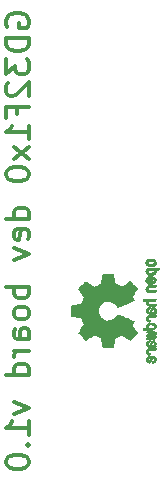
<source format=gbr>
%TF.GenerationSoftware,KiCad,Pcbnew,(5.1.8)-1*%
%TF.CreationDate,2021-06-10T03:31:17+02:00*%
%TF.ProjectId,GD32F190-dev-brd,47443332-4631-4393-902d-6465762d6272,rev?*%
%TF.SameCoordinates,Original*%
%TF.FileFunction,Legend,Bot*%
%TF.FilePolarity,Positive*%
%FSLAX46Y46*%
G04 Gerber Fmt 4.6, Leading zero omitted, Abs format (unit mm)*
G04 Created by KiCad (PCBNEW (5.1.8)-1) date 2021-06-10 03:31:17*
%MOMM*%
%LPD*%
G01*
G04 APERTURE LIST*
%ADD10C,0.300000*%
%ADD11C,0.010000*%
G04 APERTURE END LIST*
D10*
X96140000Y-99807142D02*
X96044761Y-99616666D01*
X96044761Y-99330952D01*
X96140000Y-99045238D01*
X96330476Y-98854761D01*
X96520952Y-98759523D01*
X96901904Y-98664285D01*
X97187619Y-98664285D01*
X97568571Y-98759523D01*
X97759047Y-98854761D01*
X97949523Y-99045238D01*
X98044761Y-99330952D01*
X98044761Y-99521428D01*
X97949523Y-99807142D01*
X97854285Y-99902380D01*
X97187619Y-99902380D01*
X97187619Y-99521428D01*
X98044761Y-100759523D02*
X96044761Y-100759523D01*
X96044761Y-101235714D01*
X96140000Y-101521428D01*
X96330476Y-101711904D01*
X96520952Y-101807142D01*
X96901904Y-101902380D01*
X97187619Y-101902380D01*
X97568571Y-101807142D01*
X97759047Y-101711904D01*
X97949523Y-101521428D01*
X98044761Y-101235714D01*
X98044761Y-100759523D01*
X96044761Y-102569047D02*
X96044761Y-103807142D01*
X96806666Y-103140476D01*
X96806666Y-103426190D01*
X96901904Y-103616666D01*
X96997142Y-103711904D01*
X97187619Y-103807142D01*
X97663809Y-103807142D01*
X97854285Y-103711904D01*
X97949523Y-103616666D01*
X98044761Y-103426190D01*
X98044761Y-102854761D01*
X97949523Y-102664285D01*
X97854285Y-102569047D01*
X96235238Y-104569047D02*
X96140000Y-104664285D01*
X96044761Y-104854761D01*
X96044761Y-105330952D01*
X96140000Y-105521428D01*
X96235238Y-105616666D01*
X96425714Y-105711904D01*
X96616190Y-105711904D01*
X96901904Y-105616666D01*
X98044761Y-104473809D01*
X98044761Y-105711904D01*
X96997142Y-107235714D02*
X96997142Y-106569047D01*
X98044761Y-106569047D02*
X96044761Y-106569047D01*
X96044761Y-107521428D01*
X98044761Y-109330952D02*
X98044761Y-108188095D01*
X98044761Y-108759523D02*
X96044761Y-108759523D01*
X96330476Y-108569047D01*
X96520952Y-108378571D01*
X96616190Y-108188095D01*
X98044761Y-109997619D02*
X96711428Y-111045238D01*
X96711428Y-109997619D02*
X98044761Y-111045238D01*
X96044761Y-112188095D02*
X96044761Y-112378571D01*
X96140000Y-112569047D01*
X96235238Y-112664285D01*
X96425714Y-112759523D01*
X96806666Y-112854761D01*
X97282857Y-112854761D01*
X97663809Y-112759523D01*
X97854285Y-112664285D01*
X97949523Y-112569047D01*
X98044761Y-112378571D01*
X98044761Y-112188095D01*
X97949523Y-111997619D01*
X97854285Y-111902380D01*
X97663809Y-111807142D01*
X97282857Y-111711904D01*
X96806666Y-111711904D01*
X96425714Y-111807142D01*
X96235238Y-111902380D01*
X96140000Y-111997619D01*
X96044761Y-112188095D01*
X98044761Y-116092857D02*
X96044761Y-116092857D01*
X97949523Y-116092857D02*
X98044761Y-115902380D01*
X98044761Y-115521428D01*
X97949523Y-115330952D01*
X97854285Y-115235714D01*
X97663809Y-115140476D01*
X97092380Y-115140476D01*
X96901904Y-115235714D01*
X96806666Y-115330952D01*
X96711428Y-115521428D01*
X96711428Y-115902380D01*
X96806666Y-116092857D01*
X97949523Y-117807142D02*
X98044761Y-117616666D01*
X98044761Y-117235714D01*
X97949523Y-117045238D01*
X97759047Y-116950000D01*
X96997142Y-116950000D01*
X96806666Y-117045238D01*
X96711428Y-117235714D01*
X96711428Y-117616666D01*
X96806666Y-117807142D01*
X96997142Y-117902380D01*
X97187619Y-117902380D01*
X97378095Y-116950000D01*
X96711428Y-118569047D02*
X98044761Y-119045238D01*
X96711428Y-119521428D01*
X98044761Y-121807142D02*
X96044761Y-121807142D01*
X96806666Y-121807142D02*
X96711428Y-121997619D01*
X96711428Y-122378571D01*
X96806666Y-122569047D01*
X96901904Y-122664285D01*
X97092380Y-122759523D01*
X97663809Y-122759523D01*
X97854285Y-122664285D01*
X97949523Y-122569047D01*
X98044761Y-122378571D01*
X98044761Y-121997619D01*
X97949523Y-121807142D01*
X98044761Y-123902380D02*
X97949523Y-123711904D01*
X97854285Y-123616666D01*
X97663809Y-123521428D01*
X97092380Y-123521428D01*
X96901904Y-123616666D01*
X96806666Y-123711904D01*
X96711428Y-123902380D01*
X96711428Y-124188095D01*
X96806666Y-124378571D01*
X96901904Y-124473809D01*
X97092380Y-124569047D01*
X97663809Y-124569047D01*
X97854285Y-124473809D01*
X97949523Y-124378571D01*
X98044761Y-124188095D01*
X98044761Y-123902380D01*
X98044761Y-126283333D02*
X96997142Y-126283333D01*
X96806666Y-126188095D01*
X96711428Y-125997619D01*
X96711428Y-125616666D01*
X96806666Y-125426190D01*
X97949523Y-126283333D02*
X98044761Y-126092857D01*
X98044761Y-125616666D01*
X97949523Y-125426190D01*
X97759047Y-125330952D01*
X97568571Y-125330952D01*
X97378095Y-125426190D01*
X97282857Y-125616666D01*
X97282857Y-126092857D01*
X97187619Y-126283333D01*
X98044761Y-127235714D02*
X96711428Y-127235714D01*
X97092380Y-127235714D02*
X96901904Y-127330952D01*
X96806666Y-127426190D01*
X96711428Y-127616666D01*
X96711428Y-127807142D01*
X98044761Y-129330952D02*
X96044761Y-129330952D01*
X97949523Y-129330952D02*
X98044761Y-129140476D01*
X98044761Y-128759523D01*
X97949523Y-128569047D01*
X97854285Y-128473809D01*
X97663809Y-128378571D01*
X97092380Y-128378571D01*
X96901904Y-128473809D01*
X96806666Y-128569047D01*
X96711428Y-128759523D01*
X96711428Y-129140476D01*
X96806666Y-129330952D01*
X96711428Y-131616666D02*
X98044761Y-132092857D01*
X96711428Y-132569047D01*
X98044761Y-134378571D02*
X98044761Y-133235714D01*
X98044761Y-133807142D02*
X96044761Y-133807142D01*
X96330476Y-133616666D01*
X96520952Y-133426190D01*
X96616190Y-133235714D01*
X97854285Y-135235714D02*
X97949523Y-135330952D01*
X98044761Y-135235714D01*
X97949523Y-135140476D01*
X97854285Y-135235714D01*
X98044761Y-135235714D01*
X96044761Y-136569047D02*
X96044761Y-136759523D01*
X96140000Y-136950000D01*
X96235238Y-137045238D01*
X96425714Y-137140476D01*
X96806666Y-137235714D01*
X97282857Y-137235714D01*
X97663809Y-137140476D01*
X97854285Y-137045238D01*
X97949523Y-136950000D01*
X98044761Y-136759523D01*
X98044761Y-136569047D01*
X97949523Y-136378571D01*
X97854285Y-136283333D01*
X97663809Y-136188095D01*
X97282857Y-136092857D01*
X96806666Y-136092857D01*
X96425714Y-136188095D01*
X96235238Y-136283333D01*
X96140000Y-136378571D01*
X96044761Y-136569047D01*
D11*
%TO.C,REF\u002A\u002A*%
G36*
X101597776Y-123989878D02*
G01*
X101598355Y-124095612D01*
X101599922Y-124172132D01*
X101602972Y-124224372D01*
X101607996Y-124257263D01*
X101615489Y-124275737D01*
X101625944Y-124284727D01*
X101639853Y-124289163D01*
X101641654Y-124289594D01*
X101674145Y-124296333D01*
X101738252Y-124308808D01*
X101827151Y-124325719D01*
X101934019Y-124345771D01*
X102052033Y-124367664D01*
X102056178Y-124368429D01*
X102171831Y-124390359D01*
X102274014Y-124410877D01*
X102356598Y-124428659D01*
X102413456Y-124442381D01*
X102438458Y-124450718D01*
X102438901Y-124451116D01*
X102451110Y-124475677D01*
X102471456Y-124526315D01*
X102495545Y-124592095D01*
X102495674Y-124592461D01*
X102526818Y-124675317D01*
X102566491Y-124773000D01*
X102606381Y-124865077D01*
X102608353Y-124869434D01*
X102676420Y-125019407D01*
X102449639Y-125351498D01*
X102380504Y-125453374D01*
X102318697Y-125545657D01*
X102267733Y-125623003D01*
X102231127Y-125680064D01*
X102212394Y-125711495D01*
X102211004Y-125714479D01*
X102217190Y-125737321D01*
X102247035Y-125779982D01*
X102301947Y-125844128D01*
X102383334Y-125931421D01*
X102469922Y-126020535D01*
X102555247Y-126106441D01*
X102633108Y-126183327D01*
X102698697Y-126246564D01*
X102747205Y-126291523D01*
X102773825Y-126313576D01*
X102775195Y-126314396D01*
X102793463Y-126316834D01*
X102823295Y-126307650D01*
X102868721Y-126284574D01*
X102933770Y-126245337D01*
X103022470Y-126187670D01*
X103136657Y-126110795D01*
X103237162Y-126042570D01*
X103327303Y-125981582D01*
X103401849Y-125931356D01*
X103455565Y-125895416D01*
X103483218Y-125877287D01*
X103485095Y-125876146D01*
X103511590Y-125878359D01*
X103563086Y-125895138D01*
X103629851Y-125923142D01*
X103651172Y-125933122D01*
X103746159Y-125976672D01*
X103853937Y-126023134D01*
X103947192Y-126060877D01*
X104016406Y-126088073D01*
X104069006Y-126109675D01*
X104096497Y-126122158D01*
X104098616Y-126123709D01*
X104102124Y-126146668D01*
X104111738Y-126200786D01*
X104126089Y-126278868D01*
X104143807Y-126373719D01*
X104163525Y-126478143D01*
X104183874Y-126584944D01*
X104203486Y-126686926D01*
X104220991Y-126776894D01*
X104235022Y-126847653D01*
X104244209Y-126892006D01*
X104246807Y-126902885D01*
X104253218Y-126914122D01*
X104267697Y-126922605D01*
X104295133Y-126928714D01*
X104340411Y-126932832D01*
X104408420Y-126935341D01*
X104504047Y-126936621D01*
X104632180Y-126937054D01*
X104684701Y-126937077D01*
X105111845Y-126937077D01*
X105132091Y-126834500D01*
X105143070Y-126777431D01*
X105159095Y-126692269D01*
X105178233Y-126589372D01*
X105198551Y-126479096D01*
X105204132Y-126448615D01*
X105223917Y-126346855D01*
X105243373Y-126258205D01*
X105260697Y-126190108D01*
X105274088Y-126150004D01*
X105278079Y-126143323D01*
X105306342Y-126126919D01*
X105361109Y-126103399D01*
X105431588Y-126077316D01*
X105446769Y-126072142D01*
X105540896Y-126037956D01*
X105647101Y-125995523D01*
X105742473Y-125953997D01*
X105742916Y-125953792D01*
X105892525Y-125884640D01*
X106561617Y-126339512D01*
X106854116Y-126047500D01*
X106941170Y-125959180D01*
X107017909Y-125878625D01*
X107080237Y-125810360D01*
X107124056Y-125758908D01*
X107145270Y-125728794D01*
X107146616Y-125724474D01*
X107136016Y-125699111D01*
X107106547Y-125647358D01*
X107061705Y-125574868D01*
X107004984Y-125487294D01*
X106941462Y-125392612D01*
X106876668Y-125296516D01*
X106820287Y-125210837D01*
X106775788Y-125141016D01*
X106746639Y-125092494D01*
X106736308Y-125070782D01*
X106745050Y-125044293D01*
X106768087Y-124994062D01*
X106800631Y-124930451D01*
X106804249Y-124923708D01*
X106847210Y-124838046D01*
X106868279Y-124779306D01*
X106868503Y-124742772D01*
X106848928Y-124723731D01*
X106848654Y-124723620D01*
X106825472Y-124714102D01*
X106770441Y-124691403D01*
X106687822Y-124657282D01*
X106581872Y-124613500D01*
X106456852Y-124561816D01*
X106317020Y-124503992D01*
X106181637Y-124447991D01*
X106032234Y-124386447D01*
X105893832Y-124329939D01*
X105770673Y-124280161D01*
X105667002Y-124238806D01*
X105587059Y-124207568D01*
X105535088Y-124188141D01*
X105515692Y-124182154D01*
X105493443Y-124197168D01*
X105457982Y-124236439D01*
X105418887Y-124288807D01*
X105295245Y-124437941D01*
X105153522Y-124554511D01*
X104996704Y-124637118D01*
X104827775Y-124684366D01*
X104649722Y-124694857D01*
X104567539Y-124687231D01*
X104397031Y-124645682D01*
X104246459Y-124574123D01*
X104117309Y-124476995D01*
X104011064Y-124358734D01*
X103929210Y-124223780D01*
X103873232Y-124076571D01*
X103844615Y-123921544D01*
X103844844Y-123763139D01*
X103875405Y-123605794D01*
X103937782Y-123453946D01*
X104033460Y-123312035D01*
X104087572Y-123252803D01*
X104226520Y-123139203D01*
X104378361Y-123060106D01*
X104538667Y-123014986D01*
X104703012Y-123003316D01*
X104866971Y-123024569D01*
X105026118Y-123078220D01*
X105176025Y-123163740D01*
X105312267Y-123280605D01*
X105418887Y-123411193D01*
X105459642Y-123465588D01*
X105494718Y-123504014D01*
X105515726Y-123517846D01*
X105538635Y-123510603D01*
X105593365Y-123490005D01*
X105675672Y-123457746D01*
X105781315Y-123415521D01*
X105906050Y-123365023D01*
X106045636Y-123307948D01*
X106181670Y-123251854D01*
X106331201Y-123189967D01*
X106469767Y-123132644D01*
X106593107Y-123081644D01*
X106696964Y-123038727D01*
X106777080Y-123005653D01*
X106829195Y-122984181D01*
X106848654Y-122976225D01*
X106868423Y-122957429D01*
X106868365Y-122921074D01*
X106847441Y-122862479D01*
X106804613Y-122776968D01*
X106804249Y-122776292D01*
X106771012Y-122711907D01*
X106746802Y-122659861D01*
X106736404Y-122630512D01*
X106736308Y-122629217D01*
X106746855Y-122607124D01*
X106776184Y-122558348D01*
X106820827Y-122488331D01*
X106877314Y-122402514D01*
X106941462Y-122307388D01*
X107006411Y-122210540D01*
X107062896Y-122123253D01*
X107107421Y-122051181D01*
X107136490Y-121999977D01*
X107146616Y-121975526D01*
X107133307Y-121953010D01*
X107096112Y-121907742D01*
X107039128Y-121844244D01*
X106966449Y-121767039D01*
X106882171Y-121680651D01*
X106854016Y-121652399D01*
X106561416Y-121360287D01*
X106235104Y-121582631D01*
X106134897Y-121650202D01*
X106044963Y-121709507D01*
X105970510Y-121757217D01*
X105916751Y-121790007D01*
X105888894Y-121804548D01*
X105886912Y-121804974D01*
X105860655Y-121797308D01*
X105807837Y-121776689D01*
X105737310Y-121746685D01*
X105690093Y-121725625D01*
X105599694Y-121686248D01*
X105508366Y-121649165D01*
X105431200Y-121620415D01*
X105407692Y-121612605D01*
X105344916Y-121590417D01*
X105296411Y-121568727D01*
X105278079Y-121556813D01*
X105266859Y-121530523D01*
X105250954Y-121473142D01*
X105232167Y-121392118D01*
X105212299Y-121294895D01*
X105204132Y-121251385D01*
X105183829Y-121140896D01*
X105164170Y-121034916D01*
X105147088Y-120943801D01*
X105134518Y-120877908D01*
X105132091Y-120865500D01*
X105111845Y-120762923D01*
X104684701Y-120762923D01*
X104544246Y-120763153D01*
X104437979Y-120764099D01*
X104361013Y-120766141D01*
X104308460Y-120769662D01*
X104275433Y-120775043D01*
X104257045Y-120782666D01*
X104248408Y-120792912D01*
X104246807Y-120797115D01*
X104241127Y-120822470D01*
X104229795Y-120878484D01*
X104214179Y-120957964D01*
X104195647Y-121053712D01*
X104175569Y-121158533D01*
X104155312Y-121265232D01*
X104136246Y-121366613D01*
X104119739Y-121455479D01*
X104107159Y-121524637D01*
X104099875Y-121566889D01*
X104098616Y-121576290D01*
X104081763Y-121584807D01*
X104036870Y-121603660D01*
X103972430Y-121629324D01*
X103947192Y-121639123D01*
X103849686Y-121678648D01*
X103741959Y-121725192D01*
X103651172Y-121766877D01*
X103581753Y-121797550D01*
X103524710Y-121817956D01*
X103489777Y-121824768D01*
X103485095Y-121823682D01*
X103462991Y-121809285D01*
X103413831Y-121776412D01*
X103342848Y-121728590D01*
X103255278Y-121669348D01*
X103156357Y-121602215D01*
X103136830Y-121588941D01*
X103021140Y-121511046D01*
X102933044Y-121453787D01*
X102868486Y-121414881D01*
X102823411Y-121392044D01*
X102793763Y-121382994D01*
X102775485Y-121385448D01*
X102775369Y-121385511D01*
X102751361Y-121404827D01*
X102704947Y-121447551D01*
X102640937Y-121509051D01*
X102564145Y-121584698D01*
X102479382Y-121669861D01*
X102469922Y-121679465D01*
X102365989Y-121786790D01*
X102289675Y-121869615D01*
X102239571Y-121929605D01*
X102214270Y-121968423D01*
X102211004Y-121985520D01*
X102225250Y-122010473D01*
X102258156Y-122062255D01*
X102306208Y-122135520D01*
X102365890Y-122224920D01*
X102433688Y-122325111D01*
X102449639Y-122348501D01*
X102676420Y-122680593D01*
X102608353Y-122830565D01*
X102568685Y-122921770D01*
X102528791Y-123019669D01*
X102496983Y-123103831D01*
X102495674Y-123107538D01*
X102471576Y-123173369D01*
X102451200Y-123224116D01*
X102438936Y-123248842D01*
X102438901Y-123248884D01*
X102416734Y-123256729D01*
X102362217Y-123270066D01*
X102281480Y-123287570D01*
X102180650Y-123307917D01*
X102065856Y-123329782D01*
X102056178Y-123331571D01*
X101937904Y-123353504D01*
X101830542Y-123373640D01*
X101740917Y-123390680D01*
X101675851Y-123403328D01*
X101642168Y-123410284D01*
X101641654Y-123410406D01*
X101627325Y-123414639D01*
X101616507Y-123422871D01*
X101608706Y-123440033D01*
X101603429Y-123471058D01*
X101600182Y-123520878D01*
X101598472Y-123594424D01*
X101597807Y-123696629D01*
X101597693Y-123832425D01*
X101597692Y-123850000D01*
X101597776Y-123989878D01*
G37*
X101597776Y-123989878D02*
X101598355Y-124095612D01*
X101599922Y-124172132D01*
X101602972Y-124224372D01*
X101607996Y-124257263D01*
X101615489Y-124275737D01*
X101625944Y-124284727D01*
X101639853Y-124289163D01*
X101641654Y-124289594D01*
X101674145Y-124296333D01*
X101738252Y-124308808D01*
X101827151Y-124325719D01*
X101934019Y-124345771D01*
X102052033Y-124367664D01*
X102056178Y-124368429D01*
X102171831Y-124390359D01*
X102274014Y-124410877D01*
X102356598Y-124428659D01*
X102413456Y-124442381D01*
X102438458Y-124450718D01*
X102438901Y-124451116D01*
X102451110Y-124475677D01*
X102471456Y-124526315D01*
X102495545Y-124592095D01*
X102495674Y-124592461D01*
X102526818Y-124675317D01*
X102566491Y-124773000D01*
X102606381Y-124865077D01*
X102608353Y-124869434D01*
X102676420Y-125019407D01*
X102449639Y-125351498D01*
X102380504Y-125453374D01*
X102318697Y-125545657D01*
X102267733Y-125623003D01*
X102231127Y-125680064D01*
X102212394Y-125711495D01*
X102211004Y-125714479D01*
X102217190Y-125737321D01*
X102247035Y-125779982D01*
X102301947Y-125844128D01*
X102383334Y-125931421D01*
X102469922Y-126020535D01*
X102555247Y-126106441D01*
X102633108Y-126183327D01*
X102698697Y-126246564D01*
X102747205Y-126291523D01*
X102773825Y-126313576D01*
X102775195Y-126314396D01*
X102793463Y-126316834D01*
X102823295Y-126307650D01*
X102868721Y-126284574D01*
X102933770Y-126245337D01*
X103022470Y-126187670D01*
X103136657Y-126110795D01*
X103237162Y-126042570D01*
X103327303Y-125981582D01*
X103401849Y-125931356D01*
X103455565Y-125895416D01*
X103483218Y-125877287D01*
X103485095Y-125876146D01*
X103511590Y-125878359D01*
X103563086Y-125895138D01*
X103629851Y-125923142D01*
X103651172Y-125933122D01*
X103746159Y-125976672D01*
X103853937Y-126023134D01*
X103947192Y-126060877D01*
X104016406Y-126088073D01*
X104069006Y-126109675D01*
X104096497Y-126122158D01*
X104098616Y-126123709D01*
X104102124Y-126146668D01*
X104111738Y-126200786D01*
X104126089Y-126278868D01*
X104143807Y-126373719D01*
X104163525Y-126478143D01*
X104183874Y-126584944D01*
X104203486Y-126686926D01*
X104220991Y-126776894D01*
X104235022Y-126847653D01*
X104244209Y-126892006D01*
X104246807Y-126902885D01*
X104253218Y-126914122D01*
X104267697Y-126922605D01*
X104295133Y-126928714D01*
X104340411Y-126932832D01*
X104408420Y-126935341D01*
X104504047Y-126936621D01*
X104632180Y-126937054D01*
X104684701Y-126937077D01*
X105111845Y-126937077D01*
X105132091Y-126834500D01*
X105143070Y-126777431D01*
X105159095Y-126692269D01*
X105178233Y-126589372D01*
X105198551Y-126479096D01*
X105204132Y-126448615D01*
X105223917Y-126346855D01*
X105243373Y-126258205D01*
X105260697Y-126190108D01*
X105274088Y-126150004D01*
X105278079Y-126143323D01*
X105306342Y-126126919D01*
X105361109Y-126103399D01*
X105431588Y-126077316D01*
X105446769Y-126072142D01*
X105540896Y-126037956D01*
X105647101Y-125995523D01*
X105742473Y-125953997D01*
X105742916Y-125953792D01*
X105892525Y-125884640D01*
X106561617Y-126339512D01*
X106854116Y-126047500D01*
X106941170Y-125959180D01*
X107017909Y-125878625D01*
X107080237Y-125810360D01*
X107124056Y-125758908D01*
X107145270Y-125728794D01*
X107146616Y-125724474D01*
X107136016Y-125699111D01*
X107106547Y-125647358D01*
X107061705Y-125574868D01*
X107004984Y-125487294D01*
X106941462Y-125392612D01*
X106876668Y-125296516D01*
X106820287Y-125210837D01*
X106775788Y-125141016D01*
X106746639Y-125092494D01*
X106736308Y-125070782D01*
X106745050Y-125044293D01*
X106768087Y-124994062D01*
X106800631Y-124930451D01*
X106804249Y-124923708D01*
X106847210Y-124838046D01*
X106868279Y-124779306D01*
X106868503Y-124742772D01*
X106848928Y-124723731D01*
X106848654Y-124723620D01*
X106825472Y-124714102D01*
X106770441Y-124691403D01*
X106687822Y-124657282D01*
X106581872Y-124613500D01*
X106456852Y-124561816D01*
X106317020Y-124503992D01*
X106181637Y-124447991D01*
X106032234Y-124386447D01*
X105893832Y-124329939D01*
X105770673Y-124280161D01*
X105667002Y-124238806D01*
X105587059Y-124207568D01*
X105535088Y-124188141D01*
X105515692Y-124182154D01*
X105493443Y-124197168D01*
X105457982Y-124236439D01*
X105418887Y-124288807D01*
X105295245Y-124437941D01*
X105153522Y-124554511D01*
X104996704Y-124637118D01*
X104827775Y-124684366D01*
X104649722Y-124694857D01*
X104567539Y-124687231D01*
X104397031Y-124645682D01*
X104246459Y-124574123D01*
X104117309Y-124476995D01*
X104011064Y-124358734D01*
X103929210Y-124223780D01*
X103873232Y-124076571D01*
X103844615Y-123921544D01*
X103844844Y-123763139D01*
X103875405Y-123605794D01*
X103937782Y-123453946D01*
X104033460Y-123312035D01*
X104087572Y-123252803D01*
X104226520Y-123139203D01*
X104378361Y-123060106D01*
X104538667Y-123014986D01*
X104703012Y-123003316D01*
X104866971Y-123024569D01*
X105026118Y-123078220D01*
X105176025Y-123163740D01*
X105312267Y-123280605D01*
X105418887Y-123411193D01*
X105459642Y-123465588D01*
X105494718Y-123504014D01*
X105515726Y-123517846D01*
X105538635Y-123510603D01*
X105593365Y-123490005D01*
X105675672Y-123457746D01*
X105781315Y-123415521D01*
X105906050Y-123365023D01*
X106045636Y-123307948D01*
X106181670Y-123251854D01*
X106331201Y-123189967D01*
X106469767Y-123132644D01*
X106593107Y-123081644D01*
X106696964Y-123038727D01*
X106777080Y-123005653D01*
X106829195Y-122984181D01*
X106848654Y-122976225D01*
X106868423Y-122957429D01*
X106868365Y-122921074D01*
X106847441Y-122862479D01*
X106804613Y-122776968D01*
X106804249Y-122776292D01*
X106771012Y-122711907D01*
X106746802Y-122659861D01*
X106736404Y-122630512D01*
X106736308Y-122629217D01*
X106746855Y-122607124D01*
X106776184Y-122558348D01*
X106820827Y-122488331D01*
X106877314Y-122402514D01*
X106941462Y-122307388D01*
X107006411Y-122210540D01*
X107062896Y-122123253D01*
X107107421Y-122051181D01*
X107136490Y-121999977D01*
X107146616Y-121975526D01*
X107133307Y-121953010D01*
X107096112Y-121907742D01*
X107039128Y-121844244D01*
X106966449Y-121767039D01*
X106882171Y-121680651D01*
X106854016Y-121652399D01*
X106561416Y-121360287D01*
X106235104Y-121582631D01*
X106134897Y-121650202D01*
X106044963Y-121709507D01*
X105970510Y-121757217D01*
X105916751Y-121790007D01*
X105888894Y-121804548D01*
X105886912Y-121804974D01*
X105860655Y-121797308D01*
X105807837Y-121776689D01*
X105737310Y-121746685D01*
X105690093Y-121725625D01*
X105599694Y-121686248D01*
X105508366Y-121649165D01*
X105431200Y-121620415D01*
X105407692Y-121612605D01*
X105344916Y-121590417D01*
X105296411Y-121568727D01*
X105278079Y-121556813D01*
X105266859Y-121530523D01*
X105250954Y-121473142D01*
X105232167Y-121392118D01*
X105212299Y-121294895D01*
X105204132Y-121251385D01*
X105183829Y-121140896D01*
X105164170Y-121034916D01*
X105147088Y-120943801D01*
X105134518Y-120877908D01*
X105132091Y-120865500D01*
X105111845Y-120762923D01*
X104684701Y-120762923D01*
X104544246Y-120763153D01*
X104437979Y-120764099D01*
X104361013Y-120766141D01*
X104308460Y-120769662D01*
X104275433Y-120775043D01*
X104257045Y-120782666D01*
X104248408Y-120792912D01*
X104246807Y-120797115D01*
X104241127Y-120822470D01*
X104229795Y-120878484D01*
X104214179Y-120957964D01*
X104195647Y-121053712D01*
X104175569Y-121158533D01*
X104155312Y-121265232D01*
X104136246Y-121366613D01*
X104119739Y-121455479D01*
X104107159Y-121524637D01*
X104099875Y-121566889D01*
X104098616Y-121576290D01*
X104081763Y-121584807D01*
X104036870Y-121603660D01*
X103972430Y-121629324D01*
X103947192Y-121639123D01*
X103849686Y-121678648D01*
X103741959Y-121725192D01*
X103651172Y-121766877D01*
X103581753Y-121797550D01*
X103524710Y-121817956D01*
X103489777Y-121824768D01*
X103485095Y-121823682D01*
X103462991Y-121809285D01*
X103413831Y-121776412D01*
X103342848Y-121728590D01*
X103255278Y-121669348D01*
X103156357Y-121602215D01*
X103136830Y-121588941D01*
X103021140Y-121511046D01*
X102933044Y-121453787D01*
X102868486Y-121414881D01*
X102823411Y-121392044D01*
X102793763Y-121382994D01*
X102775485Y-121385448D01*
X102775369Y-121385511D01*
X102751361Y-121404827D01*
X102704947Y-121447551D01*
X102640937Y-121509051D01*
X102564145Y-121584698D01*
X102479382Y-121669861D01*
X102469922Y-121679465D01*
X102365989Y-121786790D01*
X102289675Y-121869615D01*
X102239571Y-121929605D01*
X102214270Y-121968423D01*
X102211004Y-121985520D01*
X102225250Y-122010473D01*
X102258156Y-122062255D01*
X102306208Y-122135520D01*
X102365890Y-122224920D01*
X102433688Y-122325111D01*
X102449639Y-122348501D01*
X102676420Y-122680593D01*
X102608353Y-122830565D01*
X102568685Y-122921770D01*
X102528791Y-123019669D01*
X102496983Y-123103831D01*
X102495674Y-123107538D01*
X102471576Y-123173369D01*
X102451200Y-123224116D01*
X102438936Y-123248842D01*
X102438901Y-123248884D01*
X102416734Y-123256729D01*
X102362217Y-123270066D01*
X102281480Y-123287570D01*
X102180650Y-123307917D01*
X102065856Y-123329782D01*
X102056178Y-123331571D01*
X101937904Y-123353504D01*
X101830542Y-123373640D01*
X101740917Y-123390680D01*
X101675851Y-123403328D01*
X101642168Y-123410284D01*
X101641654Y-123410406D01*
X101627325Y-123414639D01*
X101616507Y-123422871D01*
X101608706Y-123440033D01*
X101603429Y-123471058D01*
X101600182Y-123520878D01*
X101598472Y-123594424D01*
X101597807Y-123696629D01*
X101597693Y-123832425D01*
X101597692Y-123850000D01*
X101597776Y-123989878D01*
G36*
X107957838Y-128095224D02*
G01*
X108008361Y-128172528D01*
X108053590Y-128209814D01*
X108135663Y-128239353D01*
X108200607Y-128241699D01*
X108287445Y-128236385D01*
X108375103Y-128036115D01*
X108419887Y-127938739D01*
X108455913Y-127875113D01*
X108487117Y-127842029D01*
X108517436Y-127836280D01*
X108550805Y-127854658D01*
X108572923Y-127874923D01*
X108608393Y-127933889D01*
X108610879Y-127998024D01*
X108583235Y-128056926D01*
X108528320Y-128100197D01*
X108508928Y-128107936D01*
X108448364Y-128145006D01*
X108422552Y-128187654D01*
X108400471Y-128246154D01*
X108484184Y-128246154D01*
X108541150Y-128240982D01*
X108589189Y-128220723D01*
X108644346Y-128178262D01*
X108651514Y-128171951D01*
X108700585Y-128124720D01*
X108726920Y-128084121D01*
X108739035Y-128033328D01*
X108743003Y-127991220D01*
X108743991Y-127915902D01*
X108731466Y-127862286D01*
X108712869Y-127828838D01*
X108671975Y-127776268D01*
X108627748Y-127739879D01*
X108572126Y-127716850D01*
X108497047Y-127704359D01*
X108394449Y-127699587D01*
X108342376Y-127699206D01*
X108279948Y-127700501D01*
X108279948Y-127818471D01*
X108313438Y-127819839D01*
X108318923Y-127823249D01*
X108311472Y-127845753D01*
X108291753Y-127894182D01*
X108263718Y-127958908D01*
X108257692Y-127972443D01*
X108216096Y-128054244D01*
X108179538Y-128099312D01*
X108145296Y-128109217D01*
X108110648Y-128085526D01*
X108095339Y-128065960D01*
X108064721Y-127995360D01*
X108069780Y-127929280D01*
X108107151Y-127873959D01*
X108173473Y-127835636D01*
X108226116Y-127823349D01*
X108279948Y-127818471D01*
X108279948Y-127700501D01*
X108220720Y-127701730D01*
X108130710Y-127711032D01*
X108065167Y-127729460D01*
X108016912Y-127759360D01*
X107978767Y-127803080D01*
X107966440Y-127822141D01*
X107934336Y-127908726D01*
X107932316Y-128003522D01*
X107957838Y-128095224D01*
G37*
X107957838Y-128095224D02*
X108008361Y-128172528D01*
X108053590Y-128209814D01*
X108135663Y-128239353D01*
X108200607Y-128241699D01*
X108287445Y-128236385D01*
X108375103Y-128036115D01*
X108419887Y-127938739D01*
X108455913Y-127875113D01*
X108487117Y-127842029D01*
X108517436Y-127836280D01*
X108550805Y-127854658D01*
X108572923Y-127874923D01*
X108608393Y-127933889D01*
X108610879Y-127998024D01*
X108583235Y-128056926D01*
X108528320Y-128100197D01*
X108508928Y-128107936D01*
X108448364Y-128145006D01*
X108422552Y-128187654D01*
X108400471Y-128246154D01*
X108484184Y-128246154D01*
X108541150Y-128240982D01*
X108589189Y-128220723D01*
X108644346Y-128178262D01*
X108651514Y-128171951D01*
X108700585Y-128124720D01*
X108726920Y-128084121D01*
X108739035Y-128033328D01*
X108743003Y-127991220D01*
X108743991Y-127915902D01*
X108731466Y-127862286D01*
X108712869Y-127828838D01*
X108671975Y-127776268D01*
X108627748Y-127739879D01*
X108572126Y-127716850D01*
X108497047Y-127704359D01*
X108394449Y-127699587D01*
X108342376Y-127699206D01*
X108279948Y-127700501D01*
X108279948Y-127818471D01*
X108313438Y-127819839D01*
X108318923Y-127823249D01*
X108311472Y-127845753D01*
X108291753Y-127894182D01*
X108263718Y-127958908D01*
X108257692Y-127972443D01*
X108216096Y-128054244D01*
X108179538Y-128099312D01*
X108145296Y-128109217D01*
X108110648Y-128085526D01*
X108095339Y-128065960D01*
X108064721Y-127995360D01*
X108069780Y-127929280D01*
X108107151Y-127873959D01*
X108173473Y-127835636D01*
X108226116Y-127823349D01*
X108279948Y-127818471D01*
X108279948Y-127700501D01*
X108220720Y-127701730D01*
X108130710Y-127711032D01*
X108065167Y-127729460D01*
X108016912Y-127759360D01*
X107978767Y-127803080D01*
X107966440Y-127822141D01*
X107934336Y-127908726D01*
X107932316Y-128003522D01*
X107957838Y-128095224D01*
G36*
X107946782Y-127420807D02*
G01*
X107956988Y-127444161D01*
X108001134Y-127499902D01*
X108064967Y-127547569D01*
X108133087Y-127577048D01*
X108166670Y-127581846D01*
X108213556Y-127565760D01*
X108238365Y-127530475D01*
X108253387Y-127492644D01*
X108256155Y-127475321D01*
X108236066Y-127466886D01*
X108192351Y-127450230D01*
X108172598Y-127442923D01*
X108104271Y-127401948D01*
X108070191Y-127342622D01*
X108071239Y-127266552D01*
X108072581Y-127260918D01*
X108091836Y-127220305D01*
X108129375Y-127190448D01*
X108189809Y-127170055D01*
X108277751Y-127157836D01*
X108397813Y-127152500D01*
X108461698Y-127152000D01*
X108562403Y-127151752D01*
X108631054Y-127150126D01*
X108674673Y-127145801D01*
X108700282Y-127137454D01*
X108714903Y-127123765D01*
X108725558Y-127103411D01*
X108726095Y-127102234D01*
X108742667Y-127063038D01*
X108748769Y-127043619D01*
X108730319Y-127040635D01*
X108679323Y-127038081D01*
X108602308Y-127036140D01*
X108505805Y-127034997D01*
X108435184Y-127034769D01*
X108298525Y-127035932D01*
X108194851Y-127040479D01*
X108118108Y-127049999D01*
X108062246Y-127066081D01*
X108021212Y-127090313D01*
X107988954Y-127124286D01*
X107966440Y-127157833D01*
X107936476Y-127238499D01*
X107929718Y-127332381D01*
X107946782Y-127420807D01*
G37*
X107946782Y-127420807D02*
X107956988Y-127444161D01*
X108001134Y-127499902D01*
X108064967Y-127547569D01*
X108133087Y-127577048D01*
X108166670Y-127581846D01*
X108213556Y-127565760D01*
X108238365Y-127530475D01*
X108253387Y-127492644D01*
X108256155Y-127475321D01*
X108236066Y-127466886D01*
X108192351Y-127450230D01*
X108172598Y-127442923D01*
X108104271Y-127401948D01*
X108070191Y-127342622D01*
X108071239Y-127266552D01*
X108072581Y-127260918D01*
X108091836Y-127220305D01*
X108129375Y-127190448D01*
X108189809Y-127170055D01*
X108277751Y-127157836D01*
X108397813Y-127152500D01*
X108461698Y-127152000D01*
X108562403Y-127151752D01*
X108631054Y-127150126D01*
X108674673Y-127145801D01*
X108700282Y-127137454D01*
X108714903Y-127123765D01*
X108725558Y-127103411D01*
X108726095Y-127102234D01*
X108742667Y-127063038D01*
X108748769Y-127043619D01*
X108730319Y-127040635D01*
X108679323Y-127038081D01*
X108602308Y-127036140D01*
X108505805Y-127034997D01*
X108435184Y-127034769D01*
X108298525Y-127035932D01*
X108194851Y-127040479D01*
X108118108Y-127049999D01*
X108062246Y-127066081D01*
X108021212Y-127090313D01*
X107988954Y-127124286D01*
X107966440Y-127157833D01*
X107936476Y-127238499D01*
X107929718Y-127332381D01*
X107946782Y-127420807D01*
G36*
X107943528Y-126737333D02*
G01*
X107969117Y-126793590D01*
X108000124Y-126837747D01*
X108034795Y-126870101D01*
X108079520Y-126892438D01*
X108140692Y-126906546D01*
X108224701Y-126914211D01*
X108337940Y-126917220D01*
X108412509Y-126917538D01*
X108703420Y-126917538D01*
X108726095Y-126867773D01*
X108742667Y-126828576D01*
X108748769Y-126809157D01*
X108730610Y-126805442D01*
X108681648Y-126802495D01*
X108610153Y-126800691D01*
X108553385Y-126800308D01*
X108471371Y-126798661D01*
X108406309Y-126794222D01*
X108366467Y-126787740D01*
X108358000Y-126782590D01*
X108366646Y-126747977D01*
X108388823Y-126693640D01*
X108418886Y-126630722D01*
X108451192Y-126570368D01*
X108480098Y-126523721D01*
X108499961Y-126501926D01*
X108500175Y-126501839D01*
X108536935Y-126503714D01*
X108572026Y-126520525D01*
X108600528Y-126550039D01*
X108610061Y-126593116D01*
X108608950Y-126629932D01*
X108608133Y-126682074D01*
X108620349Y-126709444D01*
X108652624Y-126725882D01*
X108658710Y-126727955D01*
X108704739Y-126735081D01*
X108732687Y-126716024D01*
X108746007Y-126666353D01*
X108748470Y-126612697D01*
X108730210Y-126516142D01*
X108704131Y-126466159D01*
X108642868Y-126404429D01*
X108567670Y-126371690D01*
X108488211Y-126368753D01*
X108414167Y-126396424D01*
X108367769Y-126438047D01*
X108341793Y-126479604D01*
X108308907Y-126544922D01*
X108275557Y-126621038D01*
X108270461Y-126633726D01*
X108233565Y-126717333D01*
X108201046Y-126765530D01*
X108168718Y-126781030D01*
X108132394Y-126766550D01*
X108104000Y-126741692D01*
X108069039Y-126682939D01*
X108066417Y-126618293D01*
X108093358Y-126559008D01*
X108147088Y-126516339D01*
X108160950Y-126510739D01*
X108211936Y-126478133D01*
X108249787Y-126430530D01*
X108280850Y-126370461D01*
X108192768Y-126370461D01*
X108138951Y-126373997D01*
X108096534Y-126389156D01*
X108051279Y-126422768D01*
X108016420Y-126455035D01*
X107967062Y-126505209D01*
X107940547Y-126544193D01*
X107929911Y-126586064D01*
X107928154Y-126633460D01*
X107943528Y-126737333D01*
G37*
X107943528Y-126737333D02*
X107969117Y-126793590D01*
X108000124Y-126837747D01*
X108034795Y-126870101D01*
X108079520Y-126892438D01*
X108140692Y-126906546D01*
X108224701Y-126914211D01*
X108337940Y-126917220D01*
X108412509Y-126917538D01*
X108703420Y-126917538D01*
X108726095Y-126867773D01*
X108742667Y-126828576D01*
X108748769Y-126809157D01*
X108730610Y-126805442D01*
X108681648Y-126802495D01*
X108610153Y-126800691D01*
X108553385Y-126800308D01*
X108471371Y-126798661D01*
X108406309Y-126794222D01*
X108366467Y-126787740D01*
X108358000Y-126782590D01*
X108366646Y-126747977D01*
X108388823Y-126693640D01*
X108418886Y-126630722D01*
X108451192Y-126570368D01*
X108480098Y-126523721D01*
X108499961Y-126501926D01*
X108500175Y-126501839D01*
X108536935Y-126503714D01*
X108572026Y-126520525D01*
X108600528Y-126550039D01*
X108610061Y-126593116D01*
X108608950Y-126629932D01*
X108608133Y-126682074D01*
X108620349Y-126709444D01*
X108652624Y-126725882D01*
X108658710Y-126727955D01*
X108704739Y-126735081D01*
X108732687Y-126716024D01*
X108746007Y-126666353D01*
X108748470Y-126612697D01*
X108730210Y-126516142D01*
X108704131Y-126466159D01*
X108642868Y-126404429D01*
X108567670Y-126371690D01*
X108488211Y-126368753D01*
X108414167Y-126396424D01*
X108367769Y-126438047D01*
X108341793Y-126479604D01*
X108308907Y-126544922D01*
X108275557Y-126621038D01*
X108270461Y-126633726D01*
X108233565Y-126717333D01*
X108201046Y-126765530D01*
X108168718Y-126781030D01*
X108132394Y-126766550D01*
X108104000Y-126741692D01*
X108069039Y-126682939D01*
X108066417Y-126618293D01*
X108093358Y-126559008D01*
X108147088Y-126516339D01*
X108160950Y-126510739D01*
X108211936Y-126478133D01*
X108249787Y-126430530D01*
X108280850Y-126370461D01*
X108192768Y-126370461D01*
X108138951Y-126373997D01*
X108096534Y-126389156D01*
X108051279Y-126422768D01*
X108016420Y-126455035D01*
X107967062Y-126505209D01*
X107940547Y-126544193D01*
X107929911Y-126586064D01*
X107928154Y-126633460D01*
X107943528Y-126737333D01*
G36*
X107946662Y-126245929D02*
G01*
X107998068Y-126248911D01*
X108076192Y-126251247D01*
X108174857Y-126252749D01*
X108278343Y-126253231D01*
X108628533Y-126253231D01*
X108690363Y-126191401D01*
X108728462Y-126148793D01*
X108743895Y-126111390D01*
X108742918Y-126060270D01*
X108740433Y-126039978D01*
X108733200Y-125976554D01*
X108729055Y-125924095D01*
X108728672Y-125911308D01*
X108731176Y-125868199D01*
X108737462Y-125806544D01*
X108740433Y-125782638D01*
X108745028Y-125723922D01*
X108735046Y-125684464D01*
X108704228Y-125645338D01*
X108690363Y-125631215D01*
X108628533Y-125569385D01*
X107973503Y-125569385D01*
X107950829Y-125619150D01*
X107934034Y-125662002D01*
X107928154Y-125687073D01*
X107946736Y-125693501D01*
X107998655Y-125699509D01*
X108078172Y-125704697D01*
X108179546Y-125708664D01*
X108265192Y-125710577D01*
X108602231Y-125715923D01*
X108608825Y-125762560D01*
X108604214Y-125804976D01*
X108589287Y-125825760D01*
X108561377Y-125831570D01*
X108501925Y-125836530D01*
X108418466Y-125840246D01*
X108318532Y-125842324D01*
X108267104Y-125842624D01*
X107971054Y-125842923D01*
X107949604Y-125904454D01*
X107935020Y-125948004D01*
X107928219Y-125971694D01*
X107928154Y-125972377D01*
X107946642Y-125974754D01*
X107997906Y-125977366D01*
X108075649Y-125979995D01*
X108173574Y-125982421D01*
X108265192Y-125984115D01*
X108602231Y-125989461D01*
X108602231Y-126106692D01*
X108294746Y-126112072D01*
X107987261Y-126117451D01*
X107957707Y-126174601D01*
X107937413Y-126216797D01*
X107928204Y-126241770D01*
X107928154Y-126242491D01*
X107946662Y-126245929D01*
G37*
X107946662Y-126245929D02*
X107998068Y-126248911D01*
X108076192Y-126251247D01*
X108174857Y-126252749D01*
X108278343Y-126253231D01*
X108628533Y-126253231D01*
X108690363Y-126191401D01*
X108728462Y-126148793D01*
X108743895Y-126111390D01*
X108742918Y-126060270D01*
X108740433Y-126039978D01*
X108733200Y-125976554D01*
X108729055Y-125924095D01*
X108728672Y-125911308D01*
X108731176Y-125868199D01*
X108737462Y-125806544D01*
X108740433Y-125782638D01*
X108745028Y-125723922D01*
X108735046Y-125684464D01*
X108704228Y-125645338D01*
X108690363Y-125631215D01*
X108628533Y-125569385D01*
X107973503Y-125569385D01*
X107950829Y-125619150D01*
X107934034Y-125662002D01*
X107928154Y-125687073D01*
X107946736Y-125693501D01*
X107998655Y-125699509D01*
X108078172Y-125704697D01*
X108179546Y-125708664D01*
X108265192Y-125710577D01*
X108602231Y-125715923D01*
X108608825Y-125762560D01*
X108604214Y-125804976D01*
X108589287Y-125825760D01*
X108561377Y-125831570D01*
X108501925Y-125836530D01*
X108418466Y-125840246D01*
X108318532Y-125842324D01*
X108267104Y-125842624D01*
X107971054Y-125842923D01*
X107949604Y-125904454D01*
X107935020Y-125948004D01*
X107928219Y-125971694D01*
X107928154Y-125972377D01*
X107946642Y-125974754D01*
X107997906Y-125977366D01*
X108075649Y-125979995D01*
X108173574Y-125982421D01*
X108265192Y-125984115D01*
X108602231Y-125989461D01*
X108602231Y-126106692D01*
X108294746Y-126112072D01*
X107987261Y-126117451D01*
X107957707Y-126174601D01*
X107937413Y-126216797D01*
X107928204Y-126241770D01*
X107928154Y-126242491D01*
X107946662Y-126245929D01*
G36*
X108090289Y-125452081D02*
G01*
X108236320Y-125451833D01*
X108348655Y-125450872D01*
X108432678Y-125448794D01*
X108493769Y-125445193D01*
X108537309Y-125439665D01*
X108568679Y-125431804D01*
X108593262Y-125421207D01*
X108607294Y-125413182D01*
X108683388Y-125346728D01*
X108731084Y-125262470D01*
X108748199Y-125169249D01*
X108732546Y-125075900D01*
X108704418Y-125020312D01*
X108655760Y-124961957D01*
X108596333Y-124922186D01*
X108518507Y-124898190D01*
X108414652Y-124887161D01*
X108338462Y-124885599D01*
X108332986Y-124885809D01*
X108332986Y-125022308D01*
X108420355Y-125023141D01*
X108478192Y-125026961D01*
X108516029Y-125035746D01*
X108543398Y-125051474D01*
X108564042Y-125070266D01*
X108603890Y-125133375D01*
X108607295Y-125201137D01*
X108574025Y-125265179D01*
X108569517Y-125270164D01*
X108546067Y-125291439D01*
X108518166Y-125304779D01*
X108476641Y-125312001D01*
X108412316Y-125314923D01*
X108341200Y-125315385D01*
X108251858Y-125314383D01*
X108192258Y-125310238D01*
X108153089Y-125301236D01*
X108125040Y-125285667D01*
X108110144Y-125272902D01*
X108072575Y-125213600D01*
X108068057Y-125145301D01*
X108096753Y-125080110D01*
X108107406Y-125067528D01*
X108131063Y-125046111D01*
X108159251Y-125032744D01*
X108201245Y-125025566D01*
X108266319Y-125022719D01*
X108332986Y-125022308D01*
X108332986Y-124885809D01*
X108215765Y-124890322D01*
X108123577Y-124906362D01*
X108054269Y-124936528D01*
X108000211Y-124983629D01*
X107972505Y-125020312D01*
X107942572Y-125086990D01*
X107928678Y-125164272D01*
X107932397Y-125236110D01*
X107947400Y-125276308D01*
X107951670Y-125292082D01*
X107935750Y-125302550D01*
X107893089Y-125309856D01*
X107828106Y-125315385D01*
X107755732Y-125321437D01*
X107712187Y-125329844D01*
X107687287Y-125345141D01*
X107670845Y-125371864D01*
X107663564Y-125388654D01*
X107636963Y-125452154D01*
X108090289Y-125452081D01*
G37*
X108090289Y-125452081D02*
X108236320Y-125451833D01*
X108348655Y-125450872D01*
X108432678Y-125448794D01*
X108493769Y-125445193D01*
X108537309Y-125439665D01*
X108568679Y-125431804D01*
X108593262Y-125421207D01*
X108607294Y-125413182D01*
X108683388Y-125346728D01*
X108731084Y-125262470D01*
X108748199Y-125169249D01*
X108732546Y-125075900D01*
X108704418Y-125020312D01*
X108655760Y-124961957D01*
X108596333Y-124922186D01*
X108518507Y-124898190D01*
X108414652Y-124887161D01*
X108338462Y-124885599D01*
X108332986Y-124885809D01*
X108332986Y-125022308D01*
X108420355Y-125023141D01*
X108478192Y-125026961D01*
X108516029Y-125035746D01*
X108543398Y-125051474D01*
X108564042Y-125070266D01*
X108603890Y-125133375D01*
X108607295Y-125201137D01*
X108574025Y-125265179D01*
X108569517Y-125270164D01*
X108546067Y-125291439D01*
X108518166Y-125304779D01*
X108476641Y-125312001D01*
X108412316Y-125314923D01*
X108341200Y-125315385D01*
X108251858Y-125314383D01*
X108192258Y-125310238D01*
X108153089Y-125301236D01*
X108125040Y-125285667D01*
X108110144Y-125272902D01*
X108072575Y-125213600D01*
X108068057Y-125145301D01*
X108096753Y-125080110D01*
X108107406Y-125067528D01*
X108131063Y-125046111D01*
X108159251Y-125032744D01*
X108201245Y-125025566D01*
X108266319Y-125022719D01*
X108332986Y-125022308D01*
X108332986Y-124885809D01*
X108215765Y-124890322D01*
X108123577Y-124906362D01*
X108054269Y-124936528D01*
X108000211Y-124983629D01*
X107972505Y-125020312D01*
X107942572Y-125086990D01*
X107928678Y-125164272D01*
X107932397Y-125236110D01*
X107947400Y-125276308D01*
X107951670Y-125292082D01*
X107935750Y-125302550D01*
X107893089Y-125309856D01*
X107828106Y-125315385D01*
X107755732Y-125321437D01*
X107712187Y-125329844D01*
X107687287Y-125345141D01*
X107670845Y-125371864D01*
X107663564Y-125388654D01*
X107636963Y-125452154D01*
X108090289Y-125452081D01*
G36*
X107934670Y-124563362D02*
G01*
X107967421Y-124652117D01*
X108025350Y-124724022D01*
X108066128Y-124752144D01*
X108140954Y-124782802D01*
X108195058Y-124782165D01*
X108231446Y-124749987D01*
X108237633Y-124738081D01*
X108256925Y-124686675D01*
X108251982Y-124660422D01*
X108219587Y-124651530D01*
X108201692Y-124651077D01*
X108135859Y-124634797D01*
X108089807Y-124592365D01*
X108067564Y-124533388D01*
X108073161Y-124467475D01*
X108102229Y-124413895D01*
X108118810Y-124395798D01*
X108138925Y-124382971D01*
X108169332Y-124374306D01*
X108216788Y-124368696D01*
X108288050Y-124365035D01*
X108389875Y-124362215D01*
X108422115Y-124361484D01*
X108532410Y-124358820D01*
X108610036Y-124355792D01*
X108661396Y-124351250D01*
X108692890Y-124344046D01*
X108710920Y-124333033D01*
X108721888Y-124317060D01*
X108726733Y-124306834D01*
X108743301Y-124263406D01*
X108748769Y-124237842D01*
X108730507Y-124229395D01*
X108675296Y-124224239D01*
X108582499Y-124222346D01*
X108451478Y-124223689D01*
X108431269Y-124224107D01*
X108311733Y-124227058D01*
X108224449Y-124230548D01*
X108162591Y-124235514D01*
X108119336Y-124242893D01*
X108087860Y-124253624D01*
X108061339Y-124268645D01*
X108049975Y-124276502D01*
X107999692Y-124321553D01*
X107960581Y-124371940D01*
X107957167Y-124378108D01*
X107930212Y-124468458D01*
X107934670Y-124563362D01*
G37*
X107934670Y-124563362D02*
X107967421Y-124652117D01*
X108025350Y-124724022D01*
X108066128Y-124752144D01*
X108140954Y-124782802D01*
X108195058Y-124782165D01*
X108231446Y-124749987D01*
X108237633Y-124738081D01*
X108256925Y-124686675D01*
X108251982Y-124660422D01*
X108219587Y-124651530D01*
X108201692Y-124651077D01*
X108135859Y-124634797D01*
X108089807Y-124592365D01*
X108067564Y-124533388D01*
X108073161Y-124467475D01*
X108102229Y-124413895D01*
X108118810Y-124395798D01*
X108138925Y-124382971D01*
X108169332Y-124374306D01*
X108216788Y-124368696D01*
X108288050Y-124365035D01*
X108389875Y-124362215D01*
X108422115Y-124361484D01*
X108532410Y-124358820D01*
X108610036Y-124355792D01*
X108661396Y-124351250D01*
X108692890Y-124344046D01*
X108710920Y-124333033D01*
X108721888Y-124317060D01*
X108726733Y-124306834D01*
X108743301Y-124263406D01*
X108748769Y-124237842D01*
X108730507Y-124229395D01*
X108675296Y-124224239D01*
X108582499Y-124222346D01*
X108451478Y-124223689D01*
X108431269Y-124224107D01*
X108311733Y-124227058D01*
X108224449Y-124230548D01*
X108162591Y-124235514D01*
X108119336Y-124242893D01*
X108087860Y-124253624D01*
X108061339Y-124268645D01*
X108049975Y-124276502D01*
X107999692Y-124321553D01*
X107960581Y-124371940D01*
X107957167Y-124378108D01*
X107930212Y-124468458D01*
X107934670Y-124563362D01*
G36*
X107936303Y-123903501D02*
G01*
X107964733Y-123980060D01*
X107965279Y-123980936D01*
X108000127Y-124028285D01*
X108040852Y-124063241D01*
X108093925Y-124087825D01*
X108165814Y-124104062D01*
X108262992Y-124113975D01*
X108391928Y-124119586D01*
X108410298Y-124120077D01*
X108687287Y-124127141D01*
X108718028Y-124067695D01*
X108738802Y-124024681D01*
X108748646Y-123998710D01*
X108748769Y-123997509D01*
X108730606Y-123993014D01*
X108681612Y-123989444D01*
X108610031Y-123987248D01*
X108552068Y-123986769D01*
X108458170Y-123986758D01*
X108399203Y-123982466D01*
X108371079Y-123967503D01*
X108369706Y-123935482D01*
X108390998Y-123880014D01*
X108430136Y-123796269D01*
X108462643Y-123734689D01*
X108490845Y-123703017D01*
X108521582Y-123693706D01*
X108523104Y-123693692D01*
X108576054Y-123709057D01*
X108604660Y-123754547D01*
X108608803Y-123824166D01*
X108608084Y-123874313D01*
X108622527Y-123900754D01*
X108657218Y-123917243D01*
X108701416Y-123926733D01*
X108726493Y-123913057D01*
X108730082Y-123907907D01*
X108744496Y-123859425D01*
X108746537Y-123791531D01*
X108736983Y-123721612D01*
X108719522Y-123672068D01*
X108661364Y-123603570D01*
X108580408Y-123564634D01*
X108517160Y-123556923D01*
X108460111Y-123562807D01*
X108413542Y-123584101D01*
X108372181Y-123626265D01*
X108330755Y-123694759D01*
X108283993Y-123795044D01*
X108281350Y-123801154D01*
X108239617Y-123891490D01*
X108205391Y-123947235D01*
X108174635Y-123971129D01*
X108143311Y-123965913D01*
X108107383Y-123934328D01*
X108099116Y-123924883D01*
X108067058Y-123861617D01*
X108068407Y-123796064D01*
X108099838Y-123738972D01*
X108158024Y-123701093D01*
X108169446Y-123697574D01*
X108224837Y-123663300D01*
X108251518Y-123619809D01*
X108277960Y-123556923D01*
X108209548Y-123556923D01*
X108110110Y-123576052D01*
X108018902Y-123632831D01*
X107988389Y-123662378D01*
X107949228Y-123729542D01*
X107931500Y-123814956D01*
X107936303Y-123903501D01*
G37*
X107936303Y-123903501D02*
X107964733Y-123980060D01*
X107965279Y-123980936D01*
X108000127Y-124028285D01*
X108040852Y-124063241D01*
X108093925Y-124087825D01*
X108165814Y-124104062D01*
X108262992Y-124113975D01*
X108391928Y-124119586D01*
X108410298Y-124120077D01*
X108687287Y-124127141D01*
X108718028Y-124067695D01*
X108738802Y-124024681D01*
X108748646Y-123998710D01*
X108748769Y-123997509D01*
X108730606Y-123993014D01*
X108681612Y-123989444D01*
X108610031Y-123987248D01*
X108552068Y-123986769D01*
X108458170Y-123986758D01*
X108399203Y-123982466D01*
X108371079Y-123967503D01*
X108369706Y-123935482D01*
X108390998Y-123880014D01*
X108430136Y-123796269D01*
X108462643Y-123734689D01*
X108490845Y-123703017D01*
X108521582Y-123693706D01*
X108523104Y-123693692D01*
X108576054Y-123709057D01*
X108604660Y-123754547D01*
X108608803Y-123824166D01*
X108608084Y-123874313D01*
X108622527Y-123900754D01*
X108657218Y-123917243D01*
X108701416Y-123926733D01*
X108726493Y-123913057D01*
X108730082Y-123907907D01*
X108744496Y-123859425D01*
X108746537Y-123791531D01*
X108736983Y-123721612D01*
X108719522Y-123672068D01*
X108661364Y-123603570D01*
X108580408Y-123564634D01*
X108517160Y-123556923D01*
X108460111Y-123562807D01*
X108413542Y-123584101D01*
X108372181Y-123626265D01*
X108330755Y-123694759D01*
X108283993Y-123795044D01*
X108281350Y-123801154D01*
X108239617Y-123891490D01*
X108205391Y-123947235D01*
X108174635Y-123971129D01*
X108143311Y-123965913D01*
X108107383Y-123934328D01*
X108099116Y-123924883D01*
X108067058Y-123861617D01*
X108068407Y-123796064D01*
X108099838Y-123738972D01*
X108158024Y-123701093D01*
X108169446Y-123697574D01*
X108224837Y-123663300D01*
X108251518Y-123619809D01*
X108277960Y-123556923D01*
X108209548Y-123556923D01*
X108110110Y-123576052D01*
X108018902Y-123632831D01*
X107988389Y-123662378D01*
X107949228Y-123729542D01*
X107931500Y-123814956D01*
X107936303Y-123903501D01*
G36*
X107802120Y-123009846D02*
G01*
X107881980Y-123015572D01*
X107929039Y-123022149D01*
X107949566Y-123031262D01*
X107949829Y-123044598D01*
X107947378Y-123048923D01*
X107929636Y-123106444D01*
X107930672Y-123181268D01*
X107948910Y-123257339D01*
X107972505Y-123304918D01*
X108010198Y-123353702D01*
X108052855Y-123389364D01*
X108107057Y-123413845D01*
X108179384Y-123429087D01*
X108276419Y-123437030D01*
X108404742Y-123439616D01*
X108429358Y-123439662D01*
X108705870Y-123439692D01*
X108727320Y-123378161D01*
X108741912Y-123334459D01*
X108748706Y-123310482D01*
X108748769Y-123309777D01*
X108730345Y-123307415D01*
X108679526Y-123305406D01*
X108602993Y-123303901D01*
X108507430Y-123303053D01*
X108449329Y-123302923D01*
X108334771Y-123302651D01*
X108252667Y-123301252D01*
X108196393Y-123297849D01*
X108159326Y-123291567D01*
X108134844Y-123281529D01*
X108116325Y-123266861D01*
X108107406Y-123257702D01*
X108071466Y-123194789D01*
X108068775Y-123126136D01*
X108099170Y-123063848D01*
X108110144Y-123052329D01*
X108130779Y-123035433D01*
X108155256Y-123023714D01*
X108190647Y-123016233D01*
X108244026Y-123012054D01*
X108322466Y-123010237D01*
X108430617Y-123009846D01*
X108705870Y-123009846D01*
X108727320Y-122948315D01*
X108741912Y-122904613D01*
X108748706Y-122880636D01*
X108748769Y-122879930D01*
X108730069Y-122878126D01*
X108677322Y-122876500D01*
X108595557Y-122875117D01*
X108489805Y-122874042D01*
X108365094Y-122873340D01*
X108226455Y-122873077D01*
X107691806Y-122873077D01*
X107638236Y-123000077D01*
X107802120Y-123009846D01*
G37*
X107802120Y-123009846D02*
X107881980Y-123015572D01*
X107929039Y-123022149D01*
X107949566Y-123031262D01*
X107949829Y-123044598D01*
X107947378Y-123048923D01*
X107929636Y-123106444D01*
X107930672Y-123181268D01*
X107948910Y-123257339D01*
X107972505Y-123304918D01*
X108010198Y-123353702D01*
X108052855Y-123389364D01*
X108107057Y-123413845D01*
X108179384Y-123429087D01*
X108276419Y-123437030D01*
X108404742Y-123439616D01*
X108429358Y-123439662D01*
X108705870Y-123439692D01*
X108727320Y-123378161D01*
X108741912Y-123334459D01*
X108748706Y-123310482D01*
X108748769Y-123309777D01*
X108730345Y-123307415D01*
X108679526Y-123305406D01*
X108602993Y-123303901D01*
X108507430Y-123303053D01*
X108449329Y-123302923D01*
X108334771Y-123302651D01*
X108252667Y-123301252D01*
X108196393Y-123297849D01*
X108159326Y-123291567D01*
X108134844Y-123281529D01*
X108116325Y-123266861D01*
X108107406Y-123257702D01*
X108071466Y-123194789D01*
X108068775Y-123126136D01*
X108099170Y-123063848D01*
X108110144Y-123052329D01*
X108130779Y-123035433D01*
X108155256Y-123023714D01*
X108190647Y-123016233D01*
X108244026Y-123012054D01*
X108322466Y-123010237D01*
X108430617Y-123009846D01*
X108705870Y-123009846D01*
X108727320Y-122948315D01*
X108741912Y-122904613D01*
X108748706Y-122880636D01*
X108748769Y-122879930D01*
X108730069Y-122878126D01*
X108677322Y-122876500D01*
X108595557Y-122875117D01*
X108489805Y-122874042D01*
X108365094Y-122873340D01*
X108226455Y-122873077D01*
X107691806Y-122873077D01*
X107638236Y-123000077D01*
X107802120Y-123009846D01*
G36*
X107909745Y-121384254D02*
G01*
X107961567Y-121461286D01*
X108036412Y-121520816D01*
X108131654Y-121556378D01*
X108201756Y-121563571D01*
X108231009Y-121562754D01*
X108253407Y-121555914D01*
X108273474Y-121537112D01*
X108295733Y-121500408D01*
X108324709Y-121439862D01*
X108364927Y-121349534D01*
X108365129Y-121349077D01*
X108403210Y-121265933D01*
X108437025Y-121197753D01*
X108462933Y-121151505D01*
X108477295Y-121134158D01*
X108477411Y-121134154D01*
X108508685Y-121149443D01*
X108543157Y-121185196D01*
X108567990Y-121226242D01*
X108572923Y-121247037D01*
X108555862Y-121303770D01*
X108513133Y-121352627D01*
X108466155Y-121376465D01*
X108431522Y-121399397D01*
X108392081Y-121444318D01*
X108358009Y-121497123D01*
X108339480Y-121543710D01*
X108338462Y-121553452D01*
X108355215Y-121564418D01*
X108398039Y-121565079D01*
X108455781Y-121557020D01*
X108517289Y-121541827D01*
X108571409Y-121521086D01*
X108573510Y-121520038D01*
X108660660Y-121457621D01*
X108719939Y-121376726D01*
X108749034Y-121284856D01*
X108745634Y-121189513D01*
X108707428Y-121098198D01*
X108704741Y-121094138D01*
X108639642Y-121022306D01*
X108554705Y-120975073D01*
X108443021Y-120948934D01*
X108411643Y-120945426D01*
X108263536Y-120939213D01*
X108194468Y-120946661D01*
X108194468Y-121134154D01*
X108237552Y-121136590D01*
X108250126Y-121149914D01*
X108240719Y-121183132D01*
X108218483Y-121235494D01*
X108190610Y-121294024D01*
X108189872Y-121295479D01*
X108163777Y-121345089D01*
X108146363Y-121365000D01*
X108128107Y-121360090D01*
X108104120Y-121339416D01*
X108069406Y-121286819D01*
X108066856Y-121230177D01*
X108092119Y-121179369D01*
X108140847Y-121144276D01*
X108194468Y-121134154D01*
X108194468Y-120946661D01*
X108145036Y-120951992D01*
X108051055Y-120984778D01*
X107985215Y-121030421D01*
X107918681Y-121112802D01*
X107885676Y-121203546D01*
X107883573Y-121296185D01*
X107909745Y-121384254D01*
G37*
X107909745Y-121384254D02*
X107961567Y-121461286D01*
X108036412Y-121520816D01*
X108131654Y-121556378D01*
X108201756Y-121563571D01*
X108231009Y-121562754D01*
X108253407Y-121555914D01*
X108273474Y-121537112D01*
X108295733Y-121500408D01*
X108324709Y-121439862D01*
X108364927Y-121349534D01*
X108365129Y-121349077D01*
X108403210Y-121265933D01*
X108437025Y-121197753D01*
X108462933Y-121151505D01*
X108477295Y-121134158D01*
X108477411Y-121134154D01*
X108508685Y-121149443D01*
X108543157Y-121185196D01*
X108567990Y-121226242D01*
X108572923Y-121247037D01*
X108555862Y-121303770D01*
X108513133Y-121352627D01*
X108466155Y-121376465D01*
X108431522Y-121399397D01*
X108392081Y-121444318D01*
X108358009Y-121497123D01*
X108339480Y-121543710D01*
X108338462Y-121553452D01*
X108355215Y-121564418D01*
X108398039Y-121565079D01*
X108455781Y-121557020D01*
X108517289Y-121541827D01*
X108571409Y-121521086D01*
X108573510Y-121520038D01*
X108660660Y-121457621D01*
X108719939Y-121376726D01*
X108749034Y-121284856D01*
X108745634Y-121189513D01*
X108707428Y-121098198D01*
X108704741Y-121094138D01*
X108639642Y-121022306D01*
X108554705Y-120975073D01*
X108443021Y-120948934D01*
X108411643Y-120945426D01*
X108263536Y-120939213D01*
X108194468Y-120946661D01*
X108194468Y-121134154D01*
X108237552Y-121136590D01*
X108250126Y-121149914D01*
X108240719Y-121183132D01*
X108218483Y-121235494D01*
X108190610Y-121294024D01*
X108189872Y-121295479D01*
X108163777Y-121345089D01*
X108146363Y-121365000D01*
X108128107Y-121360090D01*
X108104120Y-121339416D01*
X108069406Y-121286819D01*
X108066856Y-121230177D01*
X108092119Y-121179369D01*
X108140847Y-121144276D01*
X108194468Y-121134154D01*
X108194468Y-120946661D01*
X108145036Y-120951992D01*
X108051055Y-120984778D01*
X107985215Y-121030421D01*
X107918681Y-121112802D01*
X107885676Y-121203546D01*
X107883573Y-121296185D01*
X107909745Y-121384254D01*
G36*
X107897256Y-119866886D02*
G01*
X107945409Y-119958464D01*
X108022905Y-120026049D01*
X108072727Y-120050057D01*
X108147533Y-120068738D01*
X108242052Y-120078301D01*
X108345210Y-120079208D01*
X108445935Y-120071921D01*
X108533153Y-120056903D01*
X108595791Y-120034615D01*
X108606579Y-120027765D01*
X108687105Y-119946632D01*
X108735336Y-119850266D01*
X108749450Y-119745701D01*
X108727629Y-119639968D01*
X108714547Y-119610543D01*
X108674231Y-119553241D01*
X108620775Y-119502950D01*
X108613995Y-119498197D01*
X108581321Y-119478878D01*
X108546394Y-119466108D01*
X108500414Y-119458564D01*
X108434584Y-119454924D01*
X108340105Y-119453865D01*
X108318923Y-119453846D01*
X108312182Y-119453894D01*
X108312182Y-119649231D01*
X108401349Y-119650368D01*
X108460520Y-119654841D01*
X108498741Y-119664246D01*
X108525053Y-119680176D01*
X108533846Y-119688308D01*
X108567261Y-119735058D01*
X108565737Y-119780447D01*
X108536752Y-119826340D01*
X108505809Y-119853712D01*
X108460643Y-119869923D01*
X108389420Y-119879026D01*
X108381114Y-119879651D01*
X108252037Y-119881204D01*
X108156172Y-119864965D01*
X108094107Y-119831152D01*
X108066432Y-119779984D01*
X108064923Y-119761720D01*
X108072513Y-119713760D01*
X108098808Y-119680953D01*
X108149095Y-119660895D01*
X108228664Y-119651178D01*
X108312182Y-119649231D01*
X108312182Y-119453894D01*
X108218249Y-119454574D01*
X108147906Y-119457629D01*
X108099163Y-119464322D01*
X108063288Y-119475960D01*
X108031548Y-119493853D01*
X108025648Y-119497808D01*
X107946104Y-119564267D01*
X107899929Y-119636685D01*
X107881599Y-119724849D01*
X107880703Y-119754787D01*
X107897256Y-119866886D01*
G37*
X107897256Y-119866886D02*
X107945409Y-119958464D01*
X108022905Y-120026049D01*
X108072727Y-120050057D01*
X108147533Y-120068738D01*
X108242052Y-120078301D01*
X108345210Y-120079208D01*
X108445935Y-120071921D01*
X108533153Y-120056903D01*
X108595791Y-120034615D01*
X108606579Y-120027765D01*
X108687105Y-119946632D01*
X108735336Y-119850266D01*
X108749450Y-119745701D01*
X108727629Y-119639968D01*
X108714547Y-119610543D01*
X108674231Y-119553241D01*
X108620775Y-119502950D01*
X108613995Y-119498197D01*
X108581321Y-119478878D01*
X108546394Y-119466108D01*
X108500414Y-119458564D01*
X108434584Y-119454924D01*
X108340105Y-119453865D01*
X108318923Y-119453846D01*
X108312182Y-119453894D01*
X108312182Y-119649231D01*
X108401349Y-119650368D01*
X108460520Y-119654841D01*
X108498741Y-119664246D01*
X108525053Y-119680176D01*
X108533846Y-119688308D01*
X108567261Y-119735058D01*
X108565737Y-119780447D01*
X108536752Y-119826340D01*
X108505809Y-119853712D01*
X108460643Y-119869923D01*
X108389420Y-119879026D01*
X108381114Y-119879651D01*
X108252037Y-119881204D01*
X108156172Y-119864965D01*
X108094107Y-119831152D01*
X108066432Y-119779984D01*
X108064923Y-119761720D01*
X108072513Y-119713760D01*
X108098808Y-119680953D01*
X108149095Y-119660895D01*
X108228664Y-119651178D01*
X108312182Y-119649231D01*
X108312182Y-119453894D01*
X108218249Y-119454574D01*
X108147906Y-119457629D01*
X108099163Y-119464322D01*
X108063288Y-119475960D01*
X108031548Y-119493853D01*
X108025648Y-119497808D01*
X107946104Y-119564267D01*
X107899929Y-119636685D01*
X107881599Y-119724849D01*
X107880703Y-119754787D01*
X107897256Y-119866886D01*
G36*
X107905089Y-122121664D02*
G01*
X107941358Y-122184367D01*
X107977358Y-122227961D01*
X108015075Y-122259845D01*
X108061199Y-122281810D01*
X108122421Y-122295649D01*
X108205431Y-122303153D01*
X108316919Y-122306117D01*
X108397062Y-122306461D01*
X108692065Y-122306461D01*
X108766515Y-122140385D01*
X108443402Y-122130615D01*
X108322729Y-122126579D01*
X108235141Y-122122344D01*
X108174650Y-122117097D01*
X108135268Y-122110025D01*
X108111007Y-122100311D01*
X108095880Y-122087144D01*
X108092606Y-122082919D01*
X108067034Y-122018909D01*
X108077153Y-121954208D01*
X108104000Y-121915692D01*
X108123024Y-121900025D01*
X108147988Y-121889180D01*
X108185834Y-121882288D01*
X108243502Y-121878479D01*
X108327935Y-121876883D01*
X108415928Y-121876615D01*
X108526323Y-121876563D01*
X108604463Y-121874672D01*
X108657165Y-121868345D01*
X108691242Y-121854983D01*
X108713511Y-121831985D01*
X108730787Y-121796754D01*
X108748738Y-121749697D01*
X108768278Y-121698303D01*
X108421485Y-121704421D01*
X108296468Y-121706884D01*
X108204082Y-121709767D01*
X108137881Y-121713898D01*
X108091420Y-121720107D01*
X108058256Y-121729226D01*
X108031944Y-121742083D01*
X108008729Y-121757584D01*
X107934569Y-121832371D01*
X107891684Y-121923628D01*
X107881412Y-122022883D01*
X107905089Y-122121664D01*
G37*
X107905089Y-122121664D02*
X107941358Y-122184367D01*
X107977358Y-122227961D01*
X108015075Y-122259845D01*
X108061199Y-122281810D01*
X108122421Y-122295649D01*
X108205431Y-122303153D01*
X108316919Y-122306117D01*
X108397062Y-122306461D01*
X108692065Y-122306461D01*
X108766515Y-122140385D01*
X108443402Y-122130615D01*
X108322729Y-122126579D01*
X108235141Y-122122344D01*
X108174650Y-122117097D01*
X108135268Y-122110025D01*
X108111007Y-122100311D01*
X108095880Y-122087144D01*
X108092606Y-122082919D01*
X108067034Y-122018909D01*
X108077153Y-121954208D01*
X108104000Y-121915692D01*
X108123024Y-121900025D01*
X108147988Y-121889180D01*
X108185834Y-121882288D01*
X108243502Y-121878479D01*
X108327935Y-121876883D01*
X108415928Y-121876615D01*
X108526323Y-121876563D01*
X108604463Y-121874672D01*
X108657165Y-121868345D01*
X108691242Y-121854983D01*
X108713511Y-121831985D01*
X108730787Y-121796754D01*
X108748738Y-121749697D01*
X108768278Y-121698303D01*
X108421485Y-121704421D01*
X108296468Y-121706884D01*
X108204082Y-121709767D01*
X108137881Y-121713898D01*
X108091420Y-121720107D01*
X108058256Y-121729226D01*
X108031944Y-121742083D01*
X108008729Y-121757584D01*
X107934569Y-121832371D01*
X107891684Y-121923628D01*
X107881412Y-122022883D01*
X107905089Y-122121664D01*
G36*
X107894505Y-120618886D02*
G01*
X107931727Y-120693539D01*
X108000261Y-120759431D01*
X108025648Y-120777577D01*
X108058866Y-120797345D01*
X108094945Y-120810172D01*
X108143098Y-120817510D01*
X108212536Y-120820813D01*
X108304206Y-120821538D01*
X108429830Y-120818263D01*
X108524154Y-120806877D01*
X108594523Y-120785041D01*
X108648286Y-120750419D01*
X108692788Y-120700670D01*
X108695423Y-120697014D01*
X108722377Y-120647985D01*
X108735712Y-120588945D01*
X108739000Y-120513859D01*
X108739000Y-120391795D01*
X108857497Y-120391744D01*
X108923492Y-120390608D01*
X108962202Y-120383686D01*
X108985419Y-120365598D01*
X109004933Y-120330962D01*
X109008920Y-120322645D01*
X109027603Y-120283720D01*
X109039403Y-120253583D01*
X109040422Y-120231174D01*
X109026761Y-120215433D01*
X108994522Y-120205302D01*
X108939804Y-120199723D01*
X108858711Y-120197635D01*
X108747344Y-120197981D01*
X108601802Y-120199700D01*
X108558269Y-120200237D01*
X108408205Y-120202172D01*
X108310042Y-120203904D01*
X108310042Y-120391692D01*
X108393364Y-120392748D01*
X108447880Y-120397438D01*
X108483837Y-120408051D01*
X108511482Y-120426872D01*
X108524965Y-120439650D01*
X108564417Y-120491890D01*
X108567628Y-120538142D01*
X108535049Y-120585867D01*
X108533846Y-120587077D01*
X108508668Y-120606494D01*
X108474447Y-120618307D01*
X108421748Y-120624265D01*
X108341131Y-120626120D01*
X108323271Y-120626154D01*
X108212175Y-120621670D01*
X108135161Y-120607074D01*
X108088147Y-120580650D01*
X108067050Y-120540683D01*
X108064923Y-120517584D01*
X108074900Y-120462762D01*
X108107752Y-120425158D01*
X108167857Y-120402523D01*
X108259598Y-120392606D01*
X108310042Y-120391692D01*
X108310042Y-120203904D01*
X108292060Y-120204222D01*
X108204679Y-120206873D01*
X108140905Y-120210606D01*
X108095582Y-120215907D01*
X108063555Y-120223258D01*
X108039668Y-120233143D01*
X108018764Y-120246046D01*
X108010898Y-120251579D01*
X107936595Y-120324969D01*
X107894467Y-120417760D01*
X107882722Y-120525096D01*
X107894505Y-120618886D01*
G37*
X107894505Y-120618886D02*
X107931727Y-120693539D01*
X108000261Y-120759431D01*
X108025648Y-120777577D01*
X108058866Y-120797345D01*
X108094945Y-120810172D01*
X108143098Y-120817510D01*
X108212536Y-120820813D01*
X108304206Y-120821538D01*
X108429830Y-120818263D01*
X108524154Y-120806877D01*
X108594523Y-120785041D01*
X108648286Y-120750419D01*
X108692788Y-120700670D01*
X108695423Y-120697014D01*
X108722377Y-120647985D01*
X108735712Y-120588945D01*
X108739000Y-120513859D01*
X108739000Y-120391795D01*
X108857497Y-120391744D01*
X108923492Y-120390608D01*
X108962202Y-120383686D01*
X108985419Y-120365598D01*
X109004933Y-120330962D01*
X109008920Y-120322645D01*
X109027603Y-120283720D01*
X109039403Y-120253583D01*
X109040422Y-120231174D01*
X109026761Y-120215433D01*
X108994522Y-120205302D01*
X108939804Y-120199723D01*
X108858711Y-120197635D01*
X108747344Y-120197981D01*
X108601802Y-120199700D01*
X108558269Y-120200237D01*
X108408205Y-120202172D01*
X108310042Y-120203904D01*
X108310042Y-120391692D01*
X108393364Y-120392748D01*
X108447880Y-120397438D01*
X108483837Y-120408051D01*
X108511482Y-120426872D01*
X108524965Y-120439650D01*
X108564417Y-120491890D01*
X108567628Y-120538142D01*
X108535049Y-120585867D01*
X108533846Y-120587077D01*
X108508668Y-120606494D01*
X108474447Y-120618307D01*
X108421748Y-120624265D01*
X108341131Y-120626120D01*
X108323271Y-120626154D01*
X108212175Y-120621670D01*
X108135161Y-120607074D01*
X108088147Y-120580650D01*
X108067050Y-120540683D01*
X108064923Y-120517584D01*
X108074900Y-120462762D01*
X108107752Y-120425158D01*
X108167857Y-120402523D01*
X108259598Y-120392606D01*
X108310042Y-120391692D01*
X108310042Y-120203904D01*
X108292060Y-120204222D01*
X108204679Y-120206873D01*
X108140905Y-120210606D01*
X108095582Y-120215907D01*
X108063555Y-120223258D01*
X108039668Y-120233143D01*
X108018764Y-120246046D01*
X108010898Y-120251579D01*
X107936595Y-120324969D01*
X107894467Y-120417760D01*
X107882722Y-120525096D01*
X107894505Y-120618886D01*
%TD*%
M02*

</source>
